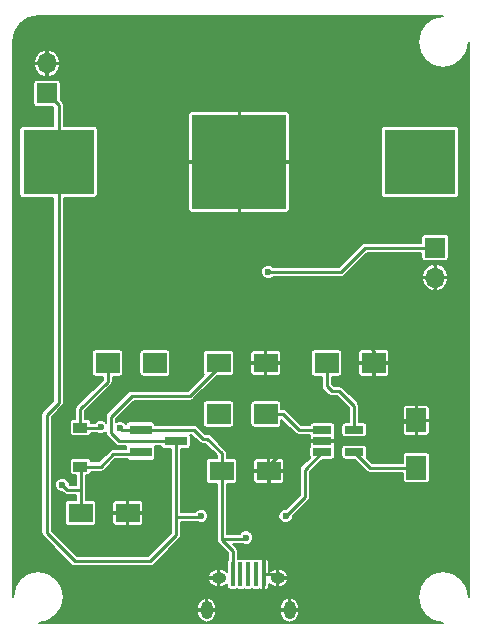
<source format=gbr>
G04 #@! TF.FileFunction,Copper,L1,Top,Signal*
%FSLAX46Y46*%
G04 Gerber Fmt 4.6, Leading zero omitted, Abs format (unit mm)*
G04 Created by KiCad (PCBNEW 4.0.4-stable) date 10/14/18 22:48:43*
%MOMM*%
%LPD*%
G01*
G04 APERTURE LIST*
%ADD10C,0.100000*%
%ADD11R,6.000000X5.500000*%
%ADD12R,8.000000X8.000000*%
%ADD13R,2.000000X1.600000*%
%ADD14R,2.000000X1.700000*%
%ADD15R,1.200000X0.900000*%
%ADD16R,0.400000X2.000000*%
%ADD17O,1.250000X0.950000*%
%ADD18O,1.000000X1.550000*%
%ADD19R,1.900000X0.800000*%
%ADD20R,1.700000X2.000000*%
%ADD21R,1.560000X0.650000*%
%ADD22R,1.700000X1.700000*%
%ADD23O,1.700000X1.700000*%
%ADD24C,0.600000*%
%ADD25C,0.250000*%
%ADD26C,0.200000*%
G04 APERTURE END LIST*
D10*
D11*
X150428000Y-53340000D03*
X119828000Y-53340000D03*
D12*
X135128000Y-53340000D03*
D13*
X133636000Y-79502000D03*
X137636000Y-79502000D03*
X133382000Y-70358000D03*
X137382000Y-70358000D03*
X121698000Y-83058000D03*
X125698000Y-83058000D03*
D14*
X137382000Y-74676000D03*
X133382000Y-74676000D03*
D15*
X121666000Y-79120000D03*
X121666000Y-75820000D03*
D16*
X134599680Y-88242140D03*
X135232140Y-88242140D03*
X135877300Y-88234520D03*
X136535160Y-88247220D03*
X137185400Y-88247220D03*
D17*
X133390000Y-88566000D03*
X138390000Y-88566000D03*
D18*
X132390000Y-91266000D03*
X139390000Y-91266000D03*
D19*
X126770000Y-76012000D03*
X126770000Y-77912000D03*
X129770000Y-76962000D03*
D14*
X123984000Y-70358000D03*
X127984000Y-70358000D03*
X142526000Y-70358000D03*
X146526000Y-70358000D03*
D20*
X150114000Y-79216000D03*
X150114000Y-75216000D03*
D21*
X142160000Y-76012000D03*
X142160000Y-76962000D03*
X142160000Y-77912000D03*
X144860000Y-77912000D03*
X144860000Y-76012000D03*
D22*
X151714200Y-60579000D03*
D23*
X151714200Y-63119000D03*
D22*
X118849140Y-47525940D03*
D23*
X118849140Y-44985940D03*
D24*
X139049760Y-83332320D03*
X131902200Y-83314540D03*
X119828000Y-53340000D03*
X150495000Y-53416200D03*
X125698000Y-83058000D03*
X149961600Y-79461360D03*
X135732520Y-85130640D03*
X125028960Y-75849480D03*
X123390660Y-75803760D03*
X120159780Y-80665320D03*
X137604500Y-62641480D03*
X127984000Y-70358000D03*
X133334760Y-74691240D03*
D25*
X119828000Y-53340000D02*
X119828000Y-48504800D01*
X119828000Y-48504800D02*
X118849140Y-47525940D01*
X129770000Y-76962000D02*
X124968000Y-76962000D01*
X130934460Y-73136760D02*
X133382000Y-70689220D01*
X126011940Y-73136760D02*
X130934460Y-73136760D01*
X124259340Y-74889360D02*
X126011940Y-73136760D01*
X124259340Y-76253340D02*
X124259340Y-74889360D01*
X124968000Y-76962000D02*
X124259340Y-76253340D01*
X133382000Y-70689220D02*
X133382000Y-70358000D01*
X129770000Y-83393280D02*
X131823460Y-83393280D01*
X140695680Y-79376320D02*
X142160000Y-77912000D01*
X140695680Y-81686400D02*
X140695680Y-79376320D01*
X139049760Y-83332320D02*
X140695680Y-81686400D01*
X131823460Y-83393280D02*
X131902200Y-83314540D01*
X119828000Y-53340000D02*
X119828000Y-73720000D01*
X129770000Y-84951440D02*
X129770000Y-83393280D01*
X129770000Y-83393280D02*
X129770000Y-76962000D01*
X127589280Y-87132160D02*
X129770000Y-84951440D01*
X121208800Y-87132160D02*
X127589280Y-87132160D01*
X118811040Y-84734400D02*
X121208800Y-87132160D01*
X118811040Y-74736960D02*
X118811040Y-84734400D01*
X119828000Y-73720000D02*
X118811040Y-74736960D01*
X150428000Y-53349200D02*
X150495000Y-53416200D01*
X150428000Y-53349200D02*
X150428000Y-53340000D01*
X150114000Y-72542400D02*
X150114000Y-71475600D01*
X151714200Y-69875400D02*
X151714200Y-63119000D01*
X150114000Y-71475600D02*
X151714200Y-69875400D01*
X118849140Y-44985940D02*
X122308620Y-44985940D01*
X130662680Y-53340000D02*
X135128000Y-53340000D01*
X122308620Y-44985940D02*
X130662680Y-53340000D01*
X150114000Y-75216000D02*
X150114000Y-72542400D01*
X150114000Y-72542400D02*
X150114000Y-72420480D01*
X148051520Y-70358000D02*
X146526000Y-70358000D01*
X150114000Y-72420480D02*
X148051520Y-70358000D01*
X135128000Y-53340000D02*
X135128000Y-62819280D01*
X140340080Y-68031360D02*
X140893800Y-68031360D01*
X135128000Y-62819280D02*
X140340080Y-68031360D01*
X137382000Y-70358000D02*
X138567160Y-70358000D01*
X146526000Y-69304920D02*
X146526000Y-70358000D01*
X140893800Y-68031360D02*
X145252440Y-68031360D01*
X145252440Y-68031360D02*
X146526000Y-69304920D01*
X138567160Y-70358000D02*
X140893800Y-68031360D01*
X146526000Y-70358000D02*
X146526000Y-73452740D01*
X146526000Y-73452740D02*
X148419820Y-75346560D01*
X142160000Y-76962000D02*
X147010120Y-76962000D01*
X147010120Y-76962000D02*
X148590000Y-75382120D01*
X148590000Y-75382120D02*
X149947880Y-75382120D01*
X149947880Y-75382120D02*
X150114000Y-75216000D01*
X137636000Y-79502000D02*
X137636000Y-78975200D01*
X137636000Y-78975200D02*
X139649200Y-76962000D01*
X139649200Y-76962000D02*
X142160000Y-76962000D01*
X137185400Y-88247220D02*
X137185400Y-82501740D01*
X137636000Y-82051140D02*
X137636000Y-79502000D01*
X137185400Y-82501740D02*
X137636000Y-82051140D01*
X137185400Y-88247220D02*
X138071220Y-88247220D01*
X138071220Y-88247220D02*
X138390000Y-88566000D01*
X133636000Y-85244940D02*
X135618220Y-85244940D01*
X149961600Y-79461360D02*
X150114000Y-79308960D01*
X135618220Y-85244940D02*
X135732520Y-85130640D01*
X150114000Y-79308960D02*
X150114000Y-79216000D01*
X121666000Y-75820000D02*
X121666000Y-74251820D01*
X123984000Y-71933820D02*
X123984000Y-70358000D01*
X121666000Y-74251820D02*
X123984000Y-71933820D01*
X121666000Y-75820000D02*
X123374420Y-75820000D01*
X125191480Y-76012000D02*
X126770000Y-76012000D01*
X125028960Y-75849480D02*
X125191480Y-76012000D01*
X123374420Y-75820000D02*
X123390660Y-75803760D01*
X133636000Y-79502000D02*
X133636000Y-77982060D01*
X131259540Y-76012000D02*
X126770000Y-76012000D01*
X132024120Y-76776580D02*
X131259540Y-76012000D01*
X132430520Y-76776580D02*
X132024120Y-76776580D01*
X133636000Y-77982060D02*
X132430520Y-76776580D01*
X150114000Y-79216000D02*
X146164000Y-79216000D01*
X146164000Y-79216000D02*
X144860000Y-77912000D01*
X133636000Y-79502000D02*
X133636000Y-85244940D01*
X133636000Y-85244940D02*
X133636000Y-85332820D01*
X134599680Y-86296500D02*
X134599680Y-88242140D01*
X133636000Y-85332820D02*
X134599680Y-86296500D01*
X151714200Y-60579000D02*
X145785840Y-60579000D01*
X120578880Y-81084420D02*
X121698000Y-81084420D01*
X120159780Y-80665320D02*
X120578880Y-81084420D01*
X143723360Y-62641480D02*
X137604500Y-62641480D01*
X145785840Y-60579000D02*
X143723360Y-62641480D01*
X121666000Y-79120000D02*
X123434840Y-79120000D01*
X124472700Y-78082140D02*
X126599860Y-78082140D01*
X123434840Y-79120000D02*
X124472700Y-78082140D01*
X126599860Y-78082140D02*
X126770000Y-77912000D01*
X121698000Y-83058000D02*
X121698000Y-81084420D01*
X121698000Y-81084420D02*
X121698000Y-79152000D01*
X121698000Y-79152000D02*
X121666000Y-79120000D01*
X137382000Y-74676000D02*
X138821160Y-74676000D01*
X140157160Y-76012000D02*
X142160000Y-76012000D01*
X138821160Y-74676000D02*
X140157160Y-76012000D01*
X133350000Y-74676000D02*
X133334760Y-74691240D01*
X133350000Y-74676000D02*
X133382000Y-74676000D01*
X144860000Y-76012000D02*
X144860000Y-73994000D01*
X142526000Y-72300080D02*
X142526000Y-70358000D01*
X142966440Y-72740520D02*
X142526000Y-72300080D01*
X143606520Y-72740520D02*
X142966440Y-72740520D01*
X144860000Y-73994000D02*
X143606520Y-72740520D01*
D26*
G36*
X152366324Y-41015648D02*
X151569175Y-41174210D01*
X150864835Y-41644835D01*
X150394210Y-42349175D01*
X150228949Y-43180000D01*
X150394210Y-44010825D01*
X150864835Y-44715165D01*
X151569175Y-45185790D01*
X152400000Y-45351051D01*
X153230825Y-45185790D01*
X153935165Y-44715165D01*
X154405790Y-44010825D01*
X154564352Y-43213676D01*
X154565000Y-43216932D01*
X154565000Y-90133068D01*
X154564352Y-90136324D01*
X154405790Y-89339175D01*
X153935165Y-88634835D01*
X153230825Y-88164210D01*
X152400000Y-87998949D01*
X151569175Y-88164210D01*
X150864835Y-88634835D01*
X150394210Y-89339175D01*
X150228949Y-90170000D01*
X150394210Y-91000825D01*
X150864835Y-91705165D01*
X151569175Y-92175790D01*
X152366324Y-92334352D01*
X152363068Y-92335000D01*
X139440002Y-92335000D01*
X139440002Y-92264275D01*
X139564287Y-92321784D01*
X139649953Y-92299238D01*
X139920330Y-92142041D01*
X140109969Y-91893341D01*
X140190000Y-91591000D01*
X140190000Y-91316000D01*
X139440000Y-91316000D01*
X139440000Y-91336000D01*
X139340000Y-91336000D01*
X139340000Y-91316000D01*
X138590000Y-91316000D01*
X138590000Y-91591000D01*
X138670031Y-91893341D01*
X138859670Y-92142041D01*
X139130047Y-92299238D01*
X139215713Y-92321784D01*
X139339998Y-92264275D01*
X139339998Y-92335000D01*
X132440002Y-92335000D01*
X132440002Y-92264275D01*
X132564287Y-92321784D01*
X132649953Y-92299238D01*
X132920330Y-92142041D01*
X133109969Y-91893341D01*
X133190000Y-91591000D01*
X133190000Y-91316000D01*
X132440000Y-91316000D01*
X132440000Y-91336000D01*
X132340000Y-91336000D01*
X132340000Y-91316000D01*
X131590000Y-91316000D01*
X131590000Y-91591000D01*
X131670031Y-91893341D01*
X131859670Y-92142041D01*
X132130047Y-92299238D01*
X132215713Y-92321784D01*
X132339998Y-92264275D01*
X132339998Y-92335000D01*
X118146932Y-92335000D01*
X118143676Y-92334352D01*
X118940825Y-92175790D01*
X119645165Y-91705165D01*
X120115790Y-91000825D01*
X120127689Y-90941000D01*
X131590000Y-90941000D01*
X131590000Y-91216000D01*
X132340000Y-91216000D01*
X132340000Y-90267726D01*
X132440000Y-90267726D01*
X132440000Y-91216000D01*
X133190000Y-91216000D01*
X133190000Y-90941000D01*
X138590000Y-90941000D01*
X138590000Y-91216000D01*
X139340000Y-91216000D01*
X139340000Y-90267726D01*
X139440000Y-90267726D01*
X139440000Y-91216000D01*
X140190000Y-91216000D01*
X140190000Y-90941000D01*
X140109969Y-90638659D01*
X139920330Y-90389959D01*
X139649953Y-90232762D01*
X139564287Y-90210216D01*
X139440000Y-90267726D01*
X139340000Y-90267726D01*
X139215713Y-90210216D01*
X139130047Y-90232762D01*
X138859670Y-90389959D01*
X138670031Y-90638659D01*
X138590000Y-90941000D01*
X133190000Y-90941000D01*
X133109969Y-90638659D01*
X132920330Y-90389959D01*
X132649953Y-90232762D01*
X132564287Y-90210216D01*
X132440000Y-90267726D01*
X132340000Y-90267726D01*
X132215713Y-90210216D01*
X132130047Y-90232762D01*
X131859670Y-90389959D01*
X131670031Y-90638659D01*
X131590000Y-90941000D01*
X120127689Y-90941000D01*
X120281051Y-90170000D01*
X120115790Y-89339175D01*
X119713008Y-88736368D01*
X132483958Y-88736368D01*
X132504859Y-88816385D01*
X132656637Y-89078652D01*
X132897226Y-89262872D01*
X133190000Y-89341000D01*
X133340000Y-89341000D01*
X133340000Y-88616000D01*
X132541788Y-88616000D01*
X132483958Y-88736368D01*
X119713008Y-88736368D01*
X119645165Y-88634835D01*
X119287173Y-88395632D01*
X132483958Y-88395632D01*
X132541788Y-88516000D01*
X133340000Y-88516000D01*
X133340000Y-87791000D01*
X133190000Y-87791000D01*
X132897226Y-87869128D01*
X132656637Y-88053348D01*
X132504859Y-88315615D01*
X132483958Y-88395632D01*
X119287173Y-88395632D01*
X118940825Y-88164210D01*
X118110000Y-87998949D01*
X117279175Y-88164210D01*
X116574835Y-88634835D01*
X116104210Y-89339175D01*
X115945648Y-90136324D01*
X115945000Y-90133068D01*
X115945000Y-50590000D01*
X116522123Y-50590000D01*
X116522123Y-56090000D01*
X116543042Y-56201173D01*
X116608745Y-56303279D01*
X116708997Y-56371778D01*
X116828000Y-56395877D01*
X119403000Y-56395877D01*
X119403000Y-73543959D01*
X118510520Y-74436440D01*
X118418391Y-74574319D01*
X118418391Y-74574320D01*
X118386040Y-74736960D01*
X118386040Y-84734400D01*
X118403055Y-84819940D01*
X118418391Y-84897041D01*
X118510520Y-85034920D01*
X120908280Y-87432681D01*
X121046159Y-87524809D01*
X121208800Y-87557160D01*
X127589280Y-87557160D01*
X127724937Y-87530176D01*
X127751921Y-87524809D01*
X127889800Y-87432680D01*
X130070521Y-85251960D01*
X130162649Y-85114081D01*
X130195000Y-84951440D01*
X130195000Y-83818280D01*
X131557272Y-83818280D01*
X131561883Y-83822899D01*
X131782329Y-83914436D01*
X132021024Y-83914644D01*
X132241629Y-83823492D01*
X132410559Y-83654857D01*
X132502096Y-83434411D01*
X132502304Y-83195716D01*
X132411152Y-82975111D01*
X132242517Y-82806181D01*
X132022071Y-82714644D01*
X131783376Y-82714436D01*
X131562771Y-82805588D01*
X131399794Y-82968280D01*
X130195000Y-82968280D01*
X130195000Y-77667877D01*
X130720000Y-77667877D01*
X130831173Y-77646958D01*
X130933279Y-77581255D01*
X131001778Y-77481003D01*
X131025877Y-77362000D01*
X131025877Y-76562000D01*
X131004958Y-76450827D01*
X130996061Y-76437000D01*
X131083500Y-76437000D01*
X131723599Y-77077100D01*
X131815728Y-77138658D01*
X131861480Y-77169229D01*
X132024120Y-77201580D01*
X132254480Y-77201580D01*
X133211000Y-78158100D01*
X133211000Y-78396123D01*
X132636000Y-78396123D01*
X132524827Y-78417042D01*
X132422721Y-78482745D01*
X132354222Y-78582997D01*
X132330123Y-78702000D01*
X132330123Y-80302000D01*
X132351042Y-80413173D01*
X132416745Y-80515279D01*
X132516997Y-80583778D01*
X132636000Y-80607877D01*
X133211000Y-80607877D01*
X133211000Y-85332820D01*
X133213242Y-85344089D01*
X133243351Y-85495461D01*
X133335480Y-85633340D01*
X134174680Y-86472541D01*
X134174680Y-87040039D01*
X134117902Y-87123137D01*
X134093803Y-87242140D01*
X134093803Y-88030714D01*
X133882774Y-87869128D01*
X133590000Y-87791000D01*
X133440000Y-87791000D01*
X133440000Y-88516000D01*
X133460000Y-88516000D01*
X133460000Y-88616000D01*
X133440000Y-88616000D01*
X133440000Y-89341000D01*
X133590000Y-89341000D01*
X133882774Y-89262872D01*
X134093803Y-89101286D01*
X134093803Y-89242140D01*
X134114722Y-89353313D01*
X134180425Y-89455419D01*
X134280677Y-89523918D01*
X134399680Y-89548017D01*
X134799680Y-89548017D01*
X134910853Y-89527098D01*
X134915159Y-89524327D01*
X135032140Y-89548017D01*
X135432140Y-89548017D01*
X135543313Y-89527098D01*
X135559666Y-89516575D01*
X135677300Y-89540397D01*
X136077300Y-89540397D01*
X136188473Y-89519478D01*
X136195555Y-89514921D01*
X136216157Y-89528998D01*
X136335160Y-89553097D01*
X136735160Y-89553097D01*
X136846333Y-89532178D01*
X136863204Y-89521322D01*
X136925727Y-89547220D01*
X137060400Y-89547220D01*
X137135400Y-89472220D01*
X137135400Y-88297220D01*
X137115400Y-88297220D01*
X137115400Y-88197220D01*
X137135400Y-88197220D01*
X137135400Y-87022220D01*
X137235400Y-87022220D01*
X137235400Y-88197220D01*
X137255400Y-88197220D01*
X137255400Y-88297220D01*
X137235400Y-88297220D01*
X137235400Y-89472220D01*
X137310400Y-89547220D01*
X137445073Y-89547220D01*
X137555336Y-89501548D01*
X137639728Y-89417157D01*
X137685400Y-89306894D01*
X137685400Y-89100676D01*
X137897226Y-89262872D01*
X138190000Y-89341000D01*
X138340000Y-89341000D01*
X138340000Y-88616000D01*
X138440000Y-88616000D01*
X138440000Y-89341000D01*
X138590000Y-89341000D01*
X138882774Y-89262872D01*
X139123363Y-89078652D01*
X139275141Y-88816385D01*
X139296042Y-88736368D01*
X139238212Y-88616000D01*
X138440000Y-88616000D01*
X138340000Y-88616000D01*
X138320000Y-88616000D01*
X138320000Y-88516000D01*
X138340000Y-88516000D01*
X138340000Y-87791000D01*
X138440000Y-87791000D01*
X138440000Y-88516000D01*
X139238212Y-88516000D01*
X139296042Y-88395632D01*
X139275141Y-88315615D01*
X139123363Y-88053348D01*
X138882774Y-87869128D01*
X138590000Y-87791000D01*
X138440000Y-87791000D01*
X138340000Y-87791000D01*
X138190000Y-87791000D01*
X137897226Y-87869128D01*
X137685400Y-88031324D01*
X137685400Y-87187546D01*
X137639728Y-87077283D01*
X137555336Y-86992892D01*
X137445073Y-86947220D01*
X137310400Y-86947220D01*
X137235400Y-87022220D01*
X137135400Y-87022220D01*
X137060400Y-86947220D01*
X136925727Y-86947220D01*
X136864569Y-86972552D01*
X136854163Y-86965442D01*
X136735160Y-86941343D01*
X136335160Y-86941343D01*
X136223987Y-86962262D01*
X136216905Y-86966819D01*
X136196303Y-86952742D01*
X136077300Y-86928643D01*
X135677300Y-86928643D01*
X135566127Y-86949562D01*
X135549774Y-86960085D01*
X135432140Y-86936263D01*
X135032140Y-86936263D01*
X135024680Y-86937667D01*
X135024680Y-86296500D01*
X134992329Y-86133860D01*
X134961758Y-86088108D01*
X134900200Y-85995979D01*
X134574161Y-85669940D01*
X135466717Y-85669940D01*
X135612649Y-85730536D01*
X135851344Y-85730744D01*
X136071949Y-85639592D01*
X136240879Y-85470957D01*
X136332416Y-85250511D01*
X136332624Y-85011816D01*
X136241472Y-84791211D01*
X136072837Y-84622281D01*
X135852391Y-84530744D01*
X135613696Y-84530536D01*
X135393091Y-84621688D01*
X135224161Y-84790323D01*
X135211863Y-84819940D01*
X134061000Y-84819940D01*
X134061000Y-83451144D01*
X138449656Y-83451144D01*
X138540808Y-83671749D01*
X138709443Y-83840679D01*
X138929889Y-83932216D01*
X139168584Y-83932424D01*
X139389189Y-83841272D01*
X139558119Y-83672637D01*
X139649656Y-83452191D01*
X139649760Y-83333361D01*
X140996200Y-81986921D01*
X141088328Y-81849041D01*
X141088329Y-81849040D01*
X141120680Y-81686400D01*
X141120680Y-79552360D01*
X142130164Y-78542877D01*
X142940000Y-78542877D01*
X143051173Y-78521958D01*
X143153279Y-78456255D01*
X143221778Y-78356003D01*
X143245877Y-78237000D01*
X143245877Y-77587000D01*
X143774123Y-77587000D01*
X143774123Y-78237000D01*
X143795042Y-78348173D01*
X143860745Y-78450279D01*
X143960997Y-78518778D01*
X144080000Y-78542877D01*
X144889837Y-78542877D01*
X145863479Y-79516520D01*
X145906103Y-79545000D01*
X146001360Y-79608649D01*
X146164000Y-79641000D01*
X148958123Y-79641000D01*
X148958123Y-80216000D01*
X148979042Y-80327173D01*
X149044745Y-80429279D01*
X149144997Y-80497778D01*
X149264000Y-80521877D01*
X150964000Y-80521877D01*
X151075173Y-80500958D01*
X151177279Y-80435255D01*
X151245778Y-80335003D01*
X151269877Y-80216000D01*
X151269877Y-78216000D01*
X151248958Y-78104827D01*
X151183255Y-78002721D01*
X151083003Y-77934222D01*
X150964000Y-77910123D01*
X149264000Y-77910123D01*
X149152827Y-77931042D01*
X149050721Y-77996745D01*
X148982222Y-78096997D01*
X148958123Y-78216000D01*
X148958123Y-78791000D01*
X146340041Y-78791000D01*
X145914985Y-78365945D01*
X145921778Y-78356003D01*
X145945877Y-78237000D01*
X145945877Y-77587000D01*
X145924958Y-77475827D01*
X145859255Y-77373721D01*
X145759003Y-77305222D01*
X145640000Y-77281123D01*
X144080000Y-77281123D01*
X143968827Y-77302042D01*
X143866721Y-77367745D01*
X143798222Y-77467997D01*
X143774123Y-77587000D01*
X143245877Y-77587000D01*
X143224958Y-77475827D01*
X143201563Y-77439470D01*
X143240000Y-77346673D01*
X143240000Y-77087000D01*
X143165000Y-77012000D01*
X142210000Y-77012000D01*
X142210000Y-77032000D01*
X142110000Y-77032000D01*
X142110000Y-77012000D01*
X141155000Y-77012000D01*
X141080000Y-77087000D01*
X141080000Y-77346673D01*
X141118164Y-77438810D01*
X141098222Y-77467997D01*
X141074123Y-77587000D01*
X141074123Y-78237000D01*
X141095042Y-78348173D01*
X141105905Y-78365055D01*
X140395160Y-79075800D01*
X140303031Y-79213679D01*
X140297664Y-79240663D01*
X140270680Y-79376320D01*
X140270680Y-81510359D01*
X139048721Y-82732319D01*
X138930936Y-82732216D01*
X138710331Y-82823368D01*
X138541401Y-82992003D01*
X138449864Y-83212449D01*
X138449656Y-83451144D01*
X134061000Y-83451144D01*
X134061000Y-80607877D01*
X134636000Y-80607877D01*
X134747173Y-80586958D01*
X134849279Y-80521255D01*
X134917778Y-80421003D01*
X134941877Y-80302000D01*
X134941877Y-79627000D01*
X136336000Y-79627000D01*
X136336000Y-80361673D01*
X136381672Y-80471936D01*
X136466063Y-80556328D01*
X136576326Y-80602000D01*
X137511000Y-80602000D01*
X137586000Y-80527000D01*
X137586000Y-79552000D01*
X137686000Y-79552000D01*
X137686000Y-80527000D01*
X137761000Y-80602000D01*
X138695674Y-80602000D01*
X138805937Y-80556328D01*
X138890328Y-80471936D01*
X138936000Y-80361673D01*
X138936000Y-79627000D01*
X138861000Y-79552000D01*
X137686000Y-79552000D01*
X137586000Y-79552000D01*
X136411000Y-79552000D01*
X136336000Y-79627000D01*
X134941877Y-79627000D01*
X134941877Y-78702000D01*
X134930649Y-78642327D01*
X136336000Y-78642327D01*
X136336000Y-79377000D01*
X136411000Y-79452000D01*
X137586000Y-79452000D01*
X137586000Y-78477000D01*
X137686000Y-78477000D01*
X137686000Y-79452000D01*
X138861000Y-79452000D01*
X138936000Y-79377000D01*
X138936000Y-78642327D01*
X138890328Y-78532064D01*
X138805937Y-78447672D01*
X138695674Y-78402000D01*
X137761000Y-78402000D01*
X137686000Y-78477000D01*
X137586000Y-78477000D01*
X137511000Y-78402000D01*
X136576326Y-78402000D01*
X136466063Y-78447672D01*
X136381672Y-78532064D01*
X136336000Y-78642327D01*
X134930649Y-78642327D01*
X134920958Y-78590827D01*
X134855255Y-78488721D01*
X134755003Y-78420222D01*
X134636000Y-78396123D01*
X134061000Y-78396123D01*
X134061000Y-77982060D01*
X134028649Y-77819420D01*
X134028649Y-77819419D01*
X133936520Y-77681540D01*
X132731040Y-76476060D01*
X132593161Y-76383931D01*
X132566177Y-76378564D01*
X132430520Y-76351580D01*
X132200161Y-76351580D01*
X131560060Y-75711480D01*
X131422181Y-75619351D01*
X131385224Y-75612000D01*
X131259540Y-75587000D01*
X128021173Y-75587000D01*
X128004958Y-75500827D01*
X127939255Y-75398721D01*
X127839003Y-75330222D01*
X127720000Y-75306123D01*
X125820000Y-75306123D01*
X125708827Y-75327042D01*
X125606721Y-75392745D01*
X125538222Y-75492997D01*
X125535299Y-75507433D01*
X125369277Y-75341121D01*
X125148831Y-75249584D01*
X124910136Y-75249376D01*
X124689531Y-75340528D01*
X124684340Y-75345710D01*
X124684340Y-75065400D01*
X125923740Y-73826000D01*
X132076123Y-73826000D01*
X132076123Y-75526000D01*
X132097042Y-75637173D01*
X132162745Y-75739279D01*
X132262997Y-75807778D01*
X132382000Y-75831877D01*
X134382000Y-75831877D01*
X134493173Y-75810958D01*
X134595279Y-75745255D01*
X134663778Y-75645003D01*
X134687877Y-75526000D01*
X134687877Y-73826000D01*
X136076123Y-73826000D01*
X136076123Y-75526000D01*
X136097042Y-75637173D01*
X136162745Y-75739279D01*
X136262997Y-75807778D01*
X136382000Y-75831877D01*
X138382000Y-75831877D01*
X138493173Y-75810958D01*
X138595279Y-75745255D01*
X138663778Y-75645003D01*
X138687877Y-75526000D01*
X138687877Y-75143757D01*
X139856639Y-76312520D01*
X139924464Y-76357839D01*
X139994520Y-76404649D01*
X140157160Y-76437000D01*
X141092940Y-76437000D01*
X141095042Y-76448173D01*
X141118437Y-76484530D01*
X141080000Y-76577327D01*
X141080000Y-76837000D01*
X141155000Y-76912000D01*
X142110000Y-76912000D01*
X142110000Y-76892000D01*
X142210000Y-76892000D01*
X142210000Y-76912000D01*
X143165000Y-76912000D01*
X143240000Y-76837000D01*
X143240000Y-76577327D01*
X143201836Y-76485190D01*
X143221778Y-76456003D01*
X143245877Y-76337000D01*
X143245877Y-75687000D01*
X143224958Y-75575827D01*
X143159255Y-75473721D01*
X143059003Y-75405222D01*
X142940000Y-75381123D01*
X141380000Y-75381123D01*
X141268827Y-75402042D01*
X141166721Y-75467745D01*
X141098222Y-75567997D01*
X141094374Y-75587000D01*
X140333201Y-75587000D01*
X139121680Y-74375480D01*
X138983801Y-74283351D01*
X138956817Y-74277984D01*
X138821160Y-74251000D01*
X138687877Y-74251000D01*
X138687877Y-73826000D01*
X138666958Y-73714827D01*
X138601255Y-73612721D01*
X138501003Y-73544222D01*
X138382000Y-73520123D01*
X136382000Y-73520123D01*
X136270827Y-73541042D01*
X136168721Y-73606745D01*
X136100222Y-73706997D01*
X136076123Y-73826000D01*
X134687877Y-73826000D01*
X134666958Y-73714827D01*
X134601255Y-73612721D01*
X134501003Y-73544222D01*
X134382000Y-73520123D01*
X132382000Y-73520123D01*
X132270827Y-73541042D01*
X132168721Y-73606745D01*
X132100222Y-73706997D01*
X132076123Y-73826000D01*
X125923740Y-73826000D01*
X126187981Y-73561760D01*
X130934460Y-73561760D01*
X131070117Y-73534776D01*
X131097101Y-73529409D01*
X131234980Y-73437280D01*
X133208384Y-71463877D01*
X134382000Y-71463877D01*
X134493173Y-71442958D01*
X134595279Y-71377255D01*
X134663778Y-71277003D01*
X134687877Y-71158000D01*
X134687877Y-70483000D01*
X136082000Y-70483000D01*
X136082000Y-71217673D01*
X136127672Y-71327936D01*
X136212063Y-71412328D01*
X136322326Y-71458000D01*
X137257000Y-71458000D01*
X137332000Y-71383000D01*
X137332000Y-70408000D01*
X137432000Y-70408000D01*
X137432000Y-71383000D01*
X137507000Y-71458000D01*
X138441674Y-71458000D01*
X138551937Y-71412328D01*
X138636328Y-71327936D01*
X138682000Y-71217673D01*
X138682000Y-70483000D01*
X138607000Y-70408000D01*
X137432000Y-70408000D01*
X137332000Y-70408000D01*
X136157000Y-70408000D01*
X136082000Y-70483000D01*
X134687877Y-70483000D01*
X134687877Y-69558000D01*
X134676649Y-69498327D01*
X136082000Y-69498327D01*
X136082000Y-70233000D01*
X136157000Y-70308000D01*
X137332000Y-70308000D01*
X137332000Y-69333000D01*
X137432000Y-69333000D01*
X137432000Y-70308000D01*
X138607000Y-70308000D01*
X138682000Y-70233000D01*
X138682000Y-69508000D01*
X141220123Y-69508000D01*
X141220123Y-71208000D01*
X141241042Y-71319173D01*
X141306745Y-71421279D01*
X141406997Y-71489778D01*
X141526000Y-71513877D01*
X142101000Y-71513877D01*
X142101000Y-72300080D01*
X142127984Y-72435737D01*
X142133351Y-72462721D01*
X142225480Y-72600600D01*
X142665919Y-73041040D01*
X142758048Y-73102598D01*
X142803800Y-73133169D01*
X142966440Y-73165520D01*
X143430480Y-73165520D01*
X144435000Y-74170041D01*
X144435000Y-75381123D01*
X144080000Y-75381123D01*
X143968827Y-75402042D01*
X143866721Y-75467745D01*
X143798222Y-75567997D01*
X143774123Y-75687000D01*
X143774123Y-76337000D01*
X143795042Y-76448173D01*
X143860745Y-76550279D01*
X143960997Y-76618778D01*
X144080000Y-76642877D01*
X145640000Y-76642877D01*
X145751173Y-76621958D01*
X145853279Y-76556255D01*
X145921778Y-76456003D01*
X145945877Y-76337000D01*
X145945877Y-75687000D01*
X145924958Y-75575827D01*
X145859255Y-75473721D01*
X145759003Y-75405222D01*
X145640000Y-75381123D01*
X145285000Y-75381123D01*
X145285000Y-75341000D01*
X148964000Y-75341000D01*
X148964000Y-76275674D01*
X149009672Y-76385937D01*
X149094064Y-76470328D01*
X149204327Y-76516000D01*
X149989000Y-76516000D01*
X150064000Y-76441000D01*
X150064000Y-75266000D01*
X150164000Y-75266000D01*
X150164000Y-76441000D01*
X150239000Y-76516000D01*
X151023673Y-76516000D01*
X151133936Y-76470328D01*
X151218328Y-76385937D01*
X151264000Y-76275674D01*
X151264000Y-75341000D01*
X151189000Y-75266000D01*
X150164000Y-75266000D01*
X150064000Y-75266000D01*
X149039000Y-75266000D01*
X148964000Y-75341000D01*
X145285000Y-75341000D01*
X145285000Y-74156326D01*
X148964000Y-74156326D01*
X148964000Y-75091000D01*
X149039000Y-75166000D01*
X150064000Y-75166000D01*
X150064000Y-73991000D01*
X150164000Y-73991000D01*
X150164000Y-75166000D01*
X151189000Y-75166000D01*
X151264000Y-75091000D01*
X151264000Y-74156326D01*
X151218328Y-74046063D01*
X151133936Y-73961672D01*
X151023673Y-73916000D01*
X150239000Y-73916000D01*
X150164000Y-73991000D01*
X150064000Y-73991000D01*
X149989000Y-73916000D01*
X149204327Y-73916000D01*
X149094064Y-73961672D01*
X149009672Y-74046063D01*
X148964000Y-74156326D01*
X145285000Y-74156326D01*
X145285000Y-73994000D01*
X145252649Y-73831360D01*
X145222078Y-73785608D01*
X145160520Y-73693479D01*
X143907040Y-72440000D01*
X143769161Y-72347871D01*
X143742177Y-72342504D01*
X143606520Y-72315520D01*
X143142481Y-72315520D01*
X142951000Y-72124040D01*
X142951000Y-71513877D01*
X143526000Y-71513877D01*
X143637173Y-71492958D01*
X143739279Y-71427255D01*
X143807778Y-71327003D01*
X143831877Y-71208000D01*
X143831877Y-70483000D01*
X145226000Y-70483000D01*
X145226000Y-71267673D01*
X145271672Y-71377936D01*
X145356063Y-71462328D01*
X145466326Y-71508000D01*
X146401000Y-71508000D01*
X146476000Y-71433000D01*
X146476000Y-70408000D01*
X146576000Y-70408000D01*
X146576000Y-71433000D01*
X146651000Y-71508000D01*
X147585674Y-71508000D01*
X147695937Y-71462328D01*
X147780328Y-71377936D01*
X147826000Y-71267673D01*
X147826000Y-70483000D01*
X147751000Y-70408000D01*
X146576000Y-70408000D01*
X146476000Y-70408000D01*
X145301000Y-70408000D01*
X145226000Y-70483000D01*
X143831877Y-70483000D01*
X143831877Y-69508000D01*
X143820649Y-69448327D01*
X145226000Y-69448327D01*
X145226000Y-70233000D01*
X145301000Y-70308000D01*
X146476000Y-70308000D01*
X146476000Y-69283000D01*
X146576000Y-69283000D01*
X146576000Y-70308000D01*
X147751000Y-70308000D01*
X147826000Y-70233000D01*
X147826000Y-69448327D01*
X147780328Y-69338064D01*
X147695937Y-69253672D01*
X147585674Y-69208000D01*
X146651000Y-69208000D01*
X146576000Y-69283000D01*
X146476000Y-69283000D01*
X146401000Y-69208000D01*
X145466326Y-69208000D01*
X145356063Y-69253672D01*
X145271672Y-69338064D01*
X145226000Y-69448327D01*
X143820649Y-69448327D01*
X143810958Y-69396827D01*
X143745255Y-69294721D01*
X143645003Y-69226222D01*
X143526000Y-69202123D01*
X141526000Y-69202123D01*
X141414827Y-69223042D01*
X141312721Y-69288745D01*
X141244222Y-69388997D01*
X141220123Y-69508000D01*
X138682000Y-69508000D01*
X138682000Y-69498327D01*
X138636328Y-69388064D01*
X138551937Y-69303672D01*
X138441674Y-69258000D01*
X137507000Y-69258000D01*
X137432000Y-69333000D01*
X137332000Y-69333000D01*
X137257000Y-69258000D01*
X136322326Y-69258000D01*
X136212063Y-69303672D01*
X136127672Y-69388064D01*
X136082000Y-69498327D01*
X134676649Y-69498327D01*
X134666958Y-69446827D01*
X134601255Y-69344721D01*
X134501003Y-69276222D01*
X134382000Y-69252123D01*
X132382000Y-69252123D01*
X132270827Y-69273042D01*
X132168721Y-69338745D01*
X132100222Y-69438997D01*
X132076123Y-69558000D01*
X132076123Y-71158000D01*
X132097042Y-71269173D01*
X132137748Y-71332432D01*
X130758420Y-72711760D01*
X126011940Y-72711760D01*
X125849299Y-72744111D01*
X125711420Y-72836239D01*
X123958820Y-74588840D01*
X123866691Y-74726719D01*
X123866691Y-74726720D01*
X123834340Y-74889360D01*
X123834340Y-75398945D01*
X123730977Y-75295401D01*
X123510531Y-75203864D01*
X123271836Y-75203656D01*
X123051231Y-75294808D01*
X122950864Y-75395000D01*
X122571877Y-75395000D01*
X122571877Y-75370000D01*
X122550958Y-75258827D01*
X122485255Y-75156721D01*
X122385003Y-75088222D01*
X122266000Y-75064123D01*
X122091000Y-75064123D01*
X122091000Y-74427860D01*
X124284520Y-72234340D01*
X124376649Y-72096461D01*
X124382016Y-72069477D01*
X124409000Y-71933820D01*
X124409000Y-71513877D01*
X124984000Y-71513877D01*
X125095173Y-71492958D01*
X125197279Y-71427255D01*
X125265778Y-71327003D01*
X125289877Y-71208000D01*
X125289877Y-69508000D01*
X126678123Y-69508000D01*
X126678123Y-71208000D01*
X126699042Y-71319173D01*
X126764745Y-71421279D01*
X126864997Y-71489778D01*
X126984000Y-71513877D01*
X128984000Y-71513877D01*
X129095173Y-71492958D01*
X129197279Y-71427255D01*
X129265778Y-71327003D01*
X129289877Y-71208000D01*
X129289877Y-69508000D01*
X129268958Y-69396827D01*
X129203255Y-69294721D01*
X129103003Y-69226222D01*
X128984000Y-69202123D01*
X126984000Y-69202123D01*
X126872827Y-69223042D01*
X126770721Y-69288745D01*
X126702222Y-69388997D01*
X126678123Y-69508000D01*
X125289877Y-69508000D01*
X125268958Y-69396827D01*
X125203255Y-69294721D01*
X125103003Y-69226222D01*
X124984000Y-69202123D01*
X122984000Y-69202123D01*
X122872827Y-69223042D01*
X122770721Y-69288745D01*
X122702222Y-69388997D01*
X122678123Y-69508000D01*
X122678123Y-71208000D01*
X122699042Y-71319173D01*
X122764745Y-71421279D01*
X122864997Y-71489778D01*
X122984000Y-71513877D01*
X123559000Y-71513877D01*
X123559000Y-71757780D01*
X121365480Y-73951300D01*
X121273351Y-74089179D01*
X121268683Y-74112649D01*
X121241000Y-74251820D01*
X121241000Y-75064123D01*
X121066000Y-75064123D01*
X120954827Y-75085042D01*
X120852721Y-75150745D01*
X120784222Y-75250997D01*
X120760123Y-75370000D01*
X120760123Y-76270000D01*
X120781042Y-76381173D01*
X120846745Y-76483279D01*
X120946997Y-76551778D01*
X121066000Y-76575877D01*
X122266000Y-76575877D01*
X122377173Y-76554958D01*
X122479279Y-76489255D01*
X122547778Y-76389003D01*
X122571877Y-76270000D01*
X122571877Y-76245000D01*
X122983341Y-76245000D01*
X123050343Y-76312119D01*
X123270789Y-76403656D01*
X123509484Y-76403864D01*
X123730089Y-76312712D01*
X123834340Y-76208643D01*
X123834340Y-76253340D01*
X123860066Y-76382672D01*
X123866691Y-76415981D01*
X123958820Y-76553860D01*
X124667480Y-77262521D01*
X124805359Y-77354649D01*
X124968000Y-77387000D01*
X125542320Y-77387000D01*
X125538222Y-77392997D01*
X125514123Y-77512000D01*
X125514123Y-77657140D01*
X124472700Y-77657140D01*
X124310059Y-77689491D01*
X124172180Y-77781619D01*
X123258800Y-78695000D01*
X122571877Y-78695000D01*
X122571877Y-78670000D01*
X122550958Y-78558827D01*
X122485255Y-78456721D01*
X122385003Y-78388222D01*
X122266000Y-78364123D01*
X121066000Y-78364123D01*
X120954827Y-78385042D01*
X120852721Y-78450745D01*
X120784222Y-78550997D01*
X120760123Y-78670000D01*
X120760123Y-79570000D01*
X120781042Y-79681173D01*
X120846745Y-79783279D01*
X120946997Y-79851778D01*
X121066000Y-79875877D01*
X121273000Y-79875877D01*
X121273000Y-80659420D01*
X120759786Y-80659420D01*
X120759884Y-80546496D01*
X120668732Y-80325891D01*
X120500097Y-80156961D01*
X120279651Y-80065424D01*
X120040956Y-80065216D01*
X119820351Y-80156368D01*
X119651421Y-80325003D01*
X119559884Y-80545449D01*
X119559676Y-80784144D01*
X119650828Y-81004749D01*
X119819463Y-81173679D01*
X120039909Y-81265216D01*
X120158740Y-81265320D01*
X120278360Y-81384940D01*
X120416239Y-81477069D01*
X120578880Y-81509420D01*
X121273000Y-81509420D01*
X121273000Y-81952123D01*
X120698000Y-81952123D01*
X120586827Y-81973042D01*
X120484721Y-82038745D01*
X120416222Y-82138997D01*
X120392123Y-82258000D01*
X120392123Y-83858000D01*
X120413042Y-83969173D01*
X120478745Y-84071279D01*
X120578997Y-84139778D01*
X120698000Y-84163877D01*
X122698000Y-84163877D01*
X122809173Y-84142958D01*
X122911279Y-84077255D01*
X122979778Y-83977003D01*
X123003877Y-83858000D01*
X123003877Y-83183000D01*
X124398000Y-83183000D01*
X124398000Y-83917673D01*
X124443672Y-84027936D01*
X124528063Y-84112328D01*
X124638326Y-84158000D01*
X125573000Y-84158000D01*
X125648000Y-84083000D01*
X125648000Y-83108000D01*
X125748000Y-83108000D01*
X125748000Y-84083000D01*
X125823000Y-84158000D01*
X126757674Y-84158000D01*
X126867937Y-84112328D01*
X126952328Y-84027936D01*
X126998000Y-83917673D01*
X126998000Y-83183000D01*
X126923000Y-83108000D01*
X125748000Y-83108000D01*
X125648000Y-83108000D01*
X124473000Y-83108000D01*
X124398000Y-83183000D01*
X123003877Y-83183000D01*
X123003877Y-82258000D01*
X122992649Y-82198327D01*
X124398000Y-82198327D01*
X124398000Y-82933000D01*
X124473000Y-83008000D01*
X125648000Y-83008000D01*
X125648000Y-82033000D01*
X125748000Y-82033000D01*
X125748000Y-83008000D01*
X126923000Y-83008000D01*
X126998000Y-82933000D01*
X126998000Y-82198327D01*
X126952328Y-82088064D01*
X126867937Y-82003672D01*
X126757674Y-81958000D01*
X125823000Y-81958000D01*
X125748000Y-82033000D01*
X125648000Y-82033000D01*
X125573000Y-81958000D01*
X124638326Y-81958000D01*
X124528063Y-82003672D01*
X124443672Y-82088064D01*
X124398000Y-82198327D01*
X122992649Y-82198327D01*
X122982958Y-82146827D01*
X122917255Y-82044721D01*
X122817003Y-81976222D01*
X122698000Y-81952123D01*
X122123000Y-81952123D01*
X122123000Y-79875877D01*
X122266000Y-79875877D01*
X122377173Y-79854958D01*
X122479279Y-79789255D01*
X122547778Y-79689003D01*
X122571877Y-79570000D01*
X122571877Y-79545000D01*
X123434840Y-79545000D01*
X123578019Y-79516520D01*
X123597481Y-79512649D01*
X123735360Y-79420520D01*
X124648741Y-78507140D01*
X125589073Y-78507140D01*
X125600745Y-78525279D01*
X125700997Y-78593778D01*
X125820000Y-78617877D01*
X127720000Y-78617877D01*
X127831173Y-78596958D01*
X127933279Y-78531255D01*
X128001778Y-78431003D01*
X128025877Y-78312000D01*
X128025877Y-77512000D01*
X128004958Y-77400827D01*
X127996061Y-77387000D01*
X128518827Y-77387000D01*
X128535042Y-77473173D01*
X128600745Y-77575279D01*
X128700997Y-77643778D01*
X128820000Y-77667877D01*
X129345000Y-77667877D01*
X129345000Y-84775399D01*
X127413240Y-86707160D01*
X121384841Y-86707160D01*
X119236040Y-84558360D01*
X119236040Y-74913000D01*
X120128521Y-74020520D01*
X120220649Y-73882641D01*
X120253000Y-73720000D01*
X120253000Y-63348114D01*
X150587254Y-63348114D01*
X150755317Y-63753866D01*
X151071260Y-64072488D01*
X151485085Y-64245950D01*
X151664200Y-64192917D01*
X151664200Y-63169000D01*
X151764200Y-63169000D01*
X151764200Y-64192917D01*
X151943315Y-64245950D01*
X152357140Y-64072488D01*
X152673083Y-63753866D01*
X152841146Y-63348114D01*
X152788037Y-63169000D01*
X151764200Y-63169000D01*
X151664200Y-63169000D01*
X150640363Y-63169000D01*
X150587254Y-63348114D01*
X120253000Y-63348114D01*
X120253000Y-62760304D01*
X137004396Y-62760304D01*
X137095548Y-62980909D01*
X137264183Y-63149839D01*
X137484629Y-63241376D01*
X137723324Y-63241584D01*
X137943929Y-63150432D01*
X138028028Y-63066480D01*
X143723360Y-63066480D01*
X143859017Y-63039496D01*
X143886001Y-63034129D01*
X144023880Y-62942000D01*
X144075994Y-62889886D01*
X150587254Y-62889886D01*
X150640363Y-63069000D01*
X151664200Y-63069000D01*
X151664200Y-62045083D01*
X151764200Y-62045083D01*
X151764200Y-63069000D01*
X152788037Y-63069000D01*
X152841146Y-62889886D01*
X152673083Y-62484134D01*
X152357140Y-62165512D01*
X151943315Y-61992050D01*
X151764200Y-62045083D01*
X151664200Y-62045083D01*
X151485085Y-61992050D01*
X151071260Y-62165512D01*
X150755317Y-62484134D01*
X150587254Y-62889886D01*
X144075994Y-62889886D01*
X145961881Y-61004000D01*
X150558323Y-61004000D01*
X150558323Y-61429000D01*
X150579242Y-61540173D01*
X150644945Y-61642279D01*
X150745197Y-61710778D01*
X150864200Y-61734877D01*
X152564200Y-61734877D01*
X152675373Y-61713958D01*
X152777479Y-61648255D01*
X152845978Y-61548003D01*
X152870077Y-61429000D01*
X152870077Y-59729000D01*
X152849158Y-59617827D01*
X152783455Y-59515721D01*
X152683203Y-59447222D01*
X152564200Y-59423123D01*
X150864200Y-59423123D01*
X150753027Y-59444042D01*
X150650921Y-59509745D01*
X150582422Y-59609997D01*
X150558323Y-59729000D01*
X150558323Y-60154000D01*
X145785840Y-60154000D01*
X145623200Y-60186351D01*
X145623198Y-60186352D01*
X145623199Y-60186352D01*
X145485319Y-60278480D01*
X143547320Y-62216480D01*
X138028030Y-62216480D01*
X137944817Y-62133121D01*
X137724371Y-62041584D01*
X137485676Y-62041376D01*
X137265071Y-62132528D01*
X137096141Y-62301163D01*
X137004604Y-62521609D01*
X137004396Y-62760304D01*
X120253000Y-62760304D01*
X120253000Y-56395877D01*
X122828000Y-56395877D01*
X122939173Y-56374958D01*
X123041279Y-56309255D01*
X123109778Y-56209003D01*
X123133877Y-56090000D01*
X123133877Y-53465000D01*
X130828000Y-53465000D01*
X130828000Y-57399673D01*
X130873672Y-57509936D01*
X130958063Y-57594328D01*
X131068326Y-57640000D01*
X135003000Y-57640000D01*
X135078000Y-57565000D01*
X135078000Y-53390000D01*
X135178000Y-53390000D01*
X135178000Y-57565000D01*
X135253000Y-57640000D01*
X139187674Y-57640000D01*
X139297937Y-57594328D01*
X139382328Y-57509936D01*
X139428000Y-57399673D01*
X139428000Y-53465000D01*
X139353000Y-53390000D01*
X135178000Y-53390000D01*
X135078000Y-53390000D01*
X130903000Y-53390000D01*
X130828000Y-53465000D01*
X123133877Y-53465000D01*
X123133877Y-50590000D01*
X123112958Y-50478827D01*
X123047255Y-50376721D01*
X122947003Y-50308222D01*
X122828000Y-50284123D01*
X120253000Y-50284123D01*
X120253000Y-49280327D01*
X130828000Y-49280327D01*
X130828000Y-53215000D01*
X130903000Y-53290000D01*
X135078000Y-53290000D01*
X135078000Y-49115000D01*
X135178000Y-49115000D01*
X135178000Y-53290000D01*
X139353000Y-53290000D01*
X139428000Y-53215000D01*
X139428000Y-50590000D01*
X147122123Y-50590000D01*
X147122123Y-56090000D01*
X147143042Y-56201173D01*
X147208745Y-56303279D01*
X147308997Y-56371778D01*
X147428000Y-56395877D01*
X153428000Y-56395877D01*
X153539173Y-56374958D01*
X153641279Y-56309255D01*
X153709778Y-56209003D01*
X153733877Y-56090000D01*
X153733877Y-50590000D01*
X153712958Y-50478827D01*
X153647255Y-50376721D01*
X153547003Y-50308222D01*
X153428000Y-50284123D01*
X147428000Y-50284123D01*
X147316827Y-50305042D01*
X147214721Y-50370745D01*
X147146222Y-50470997D01*
X147122123Y-50590000D01*
X139428000Y-50590000D01*
X139428000Y-49280327D01*
X139382328Y-49170064D01*
X139297937Y-49085672D01*
X139187674Y-49040000D01*
X135253000Y-49040000D01*
X135178000Y-49115000D01*
X135078000Y-49115000D01*
X135003000Y-49040000D01*
X131068326Y-49040000D01*
X130958063Y-49085672D01*
X130873672Y-49170064D01*
X130828000Y-49280327D01*
X120253000Y-49280327D01*
X120253000Y-48504800D01*
X120220649Y-48342160D01*
X120220649Y-48342159D01*
X120128520Y-48204280D01*
X120005017Y-48080777D01*
X120005017Y-46675940D01*
X119984098Y-46564767D01*
X119918395Y-46462661D01*
X119818143Y-46394162D01*
X119699140Y-46370063D01*
X117999140Y-46370063D01*
X117887967Y-46390982D01*
X117785861Y-46456685D01*
X117717362Y-46556937D01*
X117693263Y-46675940D01*
X117693263Y-48375940D01*
X117714182Y-48487113D01*
X117779885Y-48589219D01*
X117880137Y-48657718D01*
X117999140Y-48681817D01*
X119403000Y-48681817D01*
X119403000Y-50284123D01*
X116828000Y-50284123D01*
X116716827Y-50305042D01*
X116614721Y-50370745D01*
X116546222Y-50470997D01*
X116522123Y-50590000D01*
X115945000Y-50590000D01*
X115945000Y-45215054D01*
X117722194Y-45215054D01*
X117890257Y-45620806D01*
X118206200Y-45939428D01*
X118620025Y-46112890D01*
X118799140Y-46059857D01*
X118799140Y-45035940D01*
X118899140Y-45035940D01*
X118899140Y-46059857D01*
X119078255Y-46112890D01*
X119492080Y-45939428D01*
X119808023Y-45620806D01*
X119976086Y-45215054D01*
X119922977Y-45035940D01*
X118899140Y-45035940D01*
X118799140Y-45035940D01*
X117775303Y-45035940D01*
X117722194Y-45215054D01*
X115945000Y-45215054D01*
X115945000Y-44756826D01*
X117722194Y-44756826D01*
X117775303Y-44935940D01*
X118799140Y-44935940D01*
X118799140Y-43912023D01*
X118899140Y-43912023D01*
X118899140Y-44935940D01*
X119922977Y-44935940D01*
X119976086Y-44756826D01*
X119808023Y-44351074D01*
X119492080Y-44032452D01*
X119078255Y-43858990D01*
X118899140Y-43912023D01*
X118799140Y-43912023D01*
X118620025Y-43858990D01*
X118206200Y-44032452D01*
X117890257Y-44351074D01*
X117722194Y-44756826D01*
X115945000Y-44756826D01*
X115945000Y-43216932D01*
X116116588Y-42354303D01*
X116584309Y-41654309D01*
X117284303Y-41186588D01*
X118146932Y-41015000D01*
X152363068Y-41015000D01*
X152366324Y-41015648D01*
X152366324Y-41015648D01*
G37*
X152366324Y-41015648D02*
X151569175Y-41174210D01*
X150864835Y-41644835D01*
X150394210Y-42349175D01*
X150228949Y-43180000D01*
X150394210Y-44010825D01*
X150864835Y-44715165D01*
X151569175Y-45185790D01*
X152400000Y-45351051D01*
X153230825Y-45185790D01*
X153935165Y-44715165D01*
X154405790Y-44010825D01*
X154564352Y-43213676D01*
X154565000Y-43216932D01*
X154565000Y-90133068D01*
X154564352Y-90136324D01*
X154405790Y-89339175D01*
X153935165Y-88634835D01*
X153230825Y-88164210D01*
X152400000Y-87998949D01*
X151569175Y-88164210D01*
X150864835Y-88634835D01*
X150394210Y-89339175D01*
X150228949Y-90170000D01*
X150394210Y-91000825D01*
X150864835Y-91705165D01*
X151569175Y-92175790D01*
X152366324Y-92334352D01*
X152363068Y-92335000D01*
X139440002Y-92335000D01*
X139440002Y-92264275D01*
X139564287Y-92321784D01*
X139649953Y-92299238D01*
X139920330Y-92142041D01*
X140109969Y-91893341D01*
X140190000Y-91591000D01*
X140190000Y-91316000D01*
X139440000Y-91316000D01*
X139440000Y-91336000D01*
X139340000Y-91336000D01*
X139340000Y-91316000D01*
X138590000Y-91316000D01*
X138590000Y-91591000D01*
X138670031Y-91893341D01*
X138859670Y-92142041D01*
X139130047Y-92299238D01*
X139215713Y-92321784D01*
X139339998Y-92264275D01*
X139339998Y-92335000D01*
X132440002Y-92335000D01*
X132440002Y-92264275D01*
X132564287Y-92321784D01*
X132649953Y-92299238D01*
X132920330Y-92142041D01*
X133109969Y-91893341D01*
X133190000Y-91591000D01*
X133190000Y-91316000D01*
X132440000Y-91316000D01*
X132440000Y-91336000D01*
X132340000Y-91336000D01*
X132340000Y-91316000D01*
X131590000Y-91316000D01*
X131590000Y-91591000D01*
X131670031Y-91893341D01*
X131859670Y-92142041D01*
X132130047Y-92299238D01*
X132215713Y-92321784D01*
X132339998Y-92264275D01*
X132339998Y-92335000D01*
X118146932Y-92335000D01*
X118143676Y-92334352D01*
X118940825Y-92175790D01*
X119645165Y-91705165D01*
X120115790Y-91000825D01*
X120127689Y-90941000D01*
X131590000Y-90941000D01*
X131590000Y-91216000D01*
X132340000Y-91216000D01*
X132340000Y-90267726D01*
X132440000Y-90267726D01*
X132440000Y-91216000D01*
X133190000Y-91216000D01*
X133190000Y-90941000D01*
X138590000Y-90941000D01*
X138590000Y-91216000D01*
X139340000Y-91216000D01*
X139340000Y-90267726D01*
X139440000Y-90267726D01*
X139440000Y-91216000D01*
X140190000Y-91216000D01*
X140190000Y-90941000D01*
X140109969Y-90638659D01*
X139920330Y-90389959D01*
X139649953Y-90232762D01*
X139564287Y-90210216D01*
X139440000Y-90267726D01*
X139340000Y-90267726D01*
X139215713Y-90210216D01*
X139130047Y-90232762D01*
X138859670Y-90389959D01*
X138670031Y-90638659D01*
X138590000Y-90941000D01*
X133190000Y-90941000D01*
X133109969Y-90638659D01*
X132920330Y-90389959D01*
X132649953Y-90232762D01*
X132564287Y-90210216D01*
X132440000Y-90267726D01*
X132340000Y-90267726D01*
X132215713Y-90210216D01*
X132130047Y-90232762D01*
X131859670Y-90389959D01*
X131670031Y-90638659D01*
X131590000Y-90941000D01*
X120127689Y-90941000D01*
X120281051Y-90170000D01*
X120115790Y-89339175D01*
X119713008Y-88736368D01*
X132483958Y-88736368D01*
X132504859Y-88816385D01*
X132656637Y-89078652D01*
X132897226Y-89262872D01*
X133190000Y-89341000D01*
X133340000Y-89341000D01*
X133340000Y-88616000D01*
X132541788Y-88616000D01*
X132483958Y-88736368D01*
X119713008Y-88736368D01*
X119645165Y-88634835D01*
X119287173Y-88395632D01*
X132483958Y-88395632D01*
X132541788Y-88516000D01*
X133340000Y-88516000D01*
X133340000Y-87791000D01*
X133190000Y-87791000D01*
X132897226Y-87869128D01*
X132656637Y-88053348D01*
X132504859Y-88315615D01*
X132483958Y-88395632D01*
X119287173Y-88395632D01*
X118940825Y-88164210D01*
X118110000Y-87998949D01*
X117279175Y-88164210D01*
X116574835Y-88634835D01*
X116104210Y-89339175D01*
X115945648Y-90136324D01*
X115945000Y-90133068D01*
X115945000Y-50590000D01*
X116522123Y-50590000D01*
X116522123Y-56090000D01*
X116543042Y-56201173D01*
X116608745Y-56303279D01*
X116708997Y-56371778D01*
X116828000Y-56395877D01*
X119403000Y-56395877D01*
X119403000Y-73543959D01*
X118510520Y-74436440D01*
X118418391Y-74574319D01*
X118418391Y-74574320D01*
X118386040Y-74736960D01*
X118386040Y-84734400D01*
X118403055Y-84819940D01*
X118418391Y-84897041D01*
X118510520Y-85034920D01*
X120908280Y-87432681D01*
X121046159Y-87524809D01*
X121208800Y-87557160D01*
X127589280Y-87557160D01*
X127724937Y-87530176D01*
X127751921Y-87524809D01*
X127889800Y-87432680D01*
X130070521Y-85251960D01*
X130162649Y-85114081D01*
X130195000Y-84951440D01*
X130195000Y-83818280D01*
X131557272Y-83818280D01*
X131561883Y-83822899D01*
X131782329Y-83914436D01*
X132021024Y-83914644D01*
X132241629Y-83823492D01*
X132410559Y-83654857D01*
X132502096Y-83434411D01*
X132502304Y-83195716D01*
X132411152Y-82975111D01*
X132242517Y-82806181D01*
X132022071Y-82714644D01*
X131783376Y-82714436D01*
X131562771Y-82805588D01*
X131399794Y-82968280D01*
X130195000Y-82968280D01*
X130195000Y-77667877D01*
X130720000Y-77667877D01*
X130831173Y-77646958D01*
X130933279Y-77581255D01*
X131001778Y-77481003D01*
X131025877Y-77362000D01*
X131025877Y-76562000D01*
X131004958Y-76450827D01*
X130996061Y-76437000D01*
X131083500Y-76437000D01*
X131723599Y-77077100D01*
X131815728Y-77138658D01*
X131861480Y-77169229D01*
X132024120Y-77201580D01*
X132254480Y-77201580D01*
X133211000Y-78158100D01*
X133211000Y-78396123D01*
X132636000Y-78396123D01*
X132524827Y-78417042D01*
X132422721Y-78482745D01*
X132354222Y-78582997D01*
X132330123Y-78702000D01*
X132330123Y-80302000D01*
X132351042Y-80413173D01*
X132416745Y-80515279D01*
X132516997Y-80583778D01*
X132636000Y-80607877D01*
X133211000Y-80607877D01*
X133211000Y-85332820D01*
X133213242Y-85344089D01*
X133243351Y-85495461D01*
X133335480Y-85633340D01*
X134174680Y-86472541D01*
X134174680Y-87040039D01*
X134117902Y-87123137D01*
X134093803Y-87242140D01*
X134093803Y-88030714D01*
X133882774Y-87869128D01*
X133590000Y-87791000D01*
X133440000Y-87791000D01*
X133440000Y-88516000D01*
X133460000Y-88516000D01*
X133460000Y-88616000D01*
X133440000Y-88616000D01*
X133440000Y-89341000D01*
X133590000Y-89341000D01*
X133882774Y-89262872D01*
X134093803Y-89101286D01*
X134093803Y-89242140D01*
X134114722Y-89353313D01*
X134180425Y-89455419D01*
X134280677Y-89523918D01*
X134399680Y-89548017D01*
X134799680Y-89548017D01*
X134910853Y-89527098D01*
X134915159Y-89524327D01*
X135032140Y-89548017D01*
X135432140Y-89548017D01*
X135543313Y-89527098D01*
X135559666Y-89516575D01*
X135677300Y-89540397D01*
X136077300Y-89540397D01*
X136188473Y-89519478D01*
X136195555Y-89514921D01*
X136216157Y-89528998D01*
X136335160Y-89553097D01*
X136735160Y-89553097D01*
X136846333Y-89532178D01*
X136863204Y-89521322D01*
X136925727Y-89547220D01*
X137060400Y-89547220D01*
X137135400Y-89472220D01*
X137135400Y-88297220D01*
X137115400Y-88297220D01*
X137115400Y-88197220D01*
X137135400Y-88197220D01*
X137135400Y-87022220D01*
X137235400Y-87022220D01*
X137235400Y-88197220D01*
X137255400Y-88197220D01*
X137255400Y-88297220D01*
X137235400Y-88297220D01*
X137235400Y-89472220D01*
X137310400Y-89547220D01*
X137445073Y-89547220D01*
X137555336Y-89501548D01*
X137639728Y-89417157D01*
X137685400Y-89306894D01*
X137685400Y-89100676D01*
X137897226Y-89262872D01*
X138190000Y-89341000D01*
X138340000Y-89341000D01*
X138340000Y-88616000D01*
X138440000Y-88616000D01*
X138440000Y-89341000D01*
X138590000Y-89341000D01*
X138882774Y-89262872D01*
X139123363Y-89078652D01*
X139275141Y-88816385D01*
X139296042Y-88736368D01*
X139238212Y-88616000D01*
X138440000Y-88616000D01*
X138340000Y-88616000D01*
X138320000Y-88616000D01*
X138320000Y-88516000D01*
X138340000Y-88516000D01*
X138340000Y-87791000D01*
X138440000Y-87791000D01*
X138440000Y-88516000D01*
X139238212Y-88516000D01*
X139296042Y-88395632D01*
X139275141Y-88315615D01*
X139123363Y-88053348D01*
X138882774Y-87869128D01*
X138590000Y-87791000D01*
X138440000Y-87791000D01*
X138340000Y-87791000D01*
X138190000Y-87791000D01*
X137897226Y-87869128D01*
X137685400Y-88031324D01*
X137685400Y-87187546D01*
X137639728Y-87077283D01*
X137555336Y-86992892D01*
X137445073Y-86947220D01*
X137310400Y-86947220D01*
X137235400Y-87022220D01*
X137135400Y-87022220D01*
X137060400Y-86947220D01*
X136925727Y-86947220D01*
X136864569Y-86972552D01*
X136854163Y-86965442D01*
X136735160Y-86941343D01*
X136335160Y-86941343D01*
X136223987Y-86962262D01*
X136216905Y-86966819D01*
X136196303Y-86952742D01*
X136077300Y-86928643D01*
X135677300Y-86928643D01*
X135566127Y-86949562D01*
X135549774Y-86960085D01*
X135432140Y-86936263D01*
X135032140Y-86936263D01*
X135024680Y-86937667D01*
X135024680Y-86296500D01*
X134992329Y-86133860D01*
X134961758Y-86088108D01*
X134900200Y-85995979D01*
X134574161Y-85669940D01*
X135466717Y-85669940D01*
X135612649Y-85730536D01*
X135851344Y-85730744D01*
X136071949Y-85639592D01*
X136240879Y-85470957D01*
X136332416Y-85250511D01*
X136332624Y-85011816D01*
X136241472Y-84791211D01*
X136072837Y-84622281D01*
X135852391Y-84530744D01*
X135613696Y-84530536D01*
X135393091Y-84621688D01*
X135224161Y-84790323D01*
X135211863Y-84819940D01*
X134061000Y-84819940D01*
X134061000Y-83451144D01*
X138449656Y-83451144D01*
X138540808Y-83671749D01*
X138709443Y-83840679D01*
X138929889Y-83932216D01*
X139168584Y-83932424D01*
X139389189Y-83841272D01*
X139558119Y-83672637D01*
X139649656Y-83452191D01*
X139649760Y-83333361D01*
X140996200Y-81986921D01*
X141088328Y-81849041D01*
X141088329Y-81849040D01*
X141120680Y-81686400D01*
X141120680Y-79552360D01*
X142130164Y-78542877D01*
X142940000Y-78542877D01*
X143051173Y-78521958D01*
X143153279Y-78456255D01*
X143221778Y-78356003D01*
X143245877Y-78237000D01*
X143245877Y-77587000D01*
X143774123Y-77587000D01*
X143774123Y-78237000D01*
X143795042Y-78348173D01*
X143860745Y-78450279D01*
X143960997Y-78518778D01*
X144080000Y-78542877D01*
X144889837Y-78542877D01*
X145863479Y-79516520D01*
X145906103Y-79545000D01*
X146001360Y-79608649D01*
X146164000Y-79641000D01*
X148958123Y-79641000D01*
X148958123Y-80216000D01*
X148979042Y-80327173D01*
X149044745Y-80429279D01*
X149144997Y-80497778D01*
X149264000Y-80521877D01*
X150964000Y-80521877D01*
X151075173Y-80500958D01*
X151177279Y-80435255D01*
X151245778Y-80335003D01*
X151269877Y-80216000D01*
X151269877Y-78216000D01*
X151248958Y-78104827D01*
X151183255Y-78002721D01*
X151083003Y-77934222D01*
X150964000Y-77910123D01*
X149264000Y-77910123D01*
X149152827Y-77931042D01*
X149050721Y-77996745D01*
X148982222Y-78096997D01*
X148958123Y-78216000D01*
X148958123Y-78791000D01*
X146340041Y-78791000D01*
X145914985Y-78365945D01*
X145921778Y-78356003D01*
X145945877Y-78237000D01*
X145945877Y-77587000D01*
X145924958Y-77475827D01*
X145859255Y-77373721D01*
X145759003Y-77305222D01*
X145640000Y-77281123D01*
X144080000Y-77281123D01*
X143968827Y-77302042D01*
X143866721Y-77367745D01*
X143798222Y-77467997D01*
X143774123Y-77587000D01*
X143245877Y-77587000D01*
X143224958Y-77475827D01*
X143201563Y-77439470D01*
X143240000Y-77346673D01*
X143240000Y-77087000D01*
X143165000Y-77012000D01*
X142210000Y-77012000D01*
X142210000Y-77032000D01*
X142110000Y-77032000D01*
X142110000Y-77012000D01*
X141155000Y-77012000D01*
X141080000Y-77087000D01*
X141080000Y-77346673D01*
X141118164Y-77438810D01*
X141098222Y-77467997D01*
X141074123Y-77587000D01*
X141074123Y-78237000D01*
X141095042Y-78348173D01*
X141105905Y-78365055D01*
X140395160Y-79075800D01*
X140303031Y-79213679D01*
X140297664Y-79240663D01*
X140270680Y-79376320D01*
X140270680Y-81510359D01*
X139048721Y-82732319D01*
X138930936Y-82732216D01*
X138710331Y-82823368D01*
X138541401Y-82992003D01*
X138449864Y-83212449D01*
X138449656Y-83451144D01*
X134061000Y-83451144D01*
X134061000Y-80607877D01*
X134636000Y-80607877D01*
X134747173Y-80586958D01*
X134849279Y-80521255D01*
X134917778Y-80421003D01*
X134941877Y-80302000D01*
X134941877Y-79627000D01*
X136336000Y-79627000D01*
X136336000Y-80361673D01*
X136381672Y-80471936D01*
X136466063Y-80556328D01*
X136576326Y-80602000D01*
X137511000Y-80602000D01*
X137586000Y-80527000D01*
X137586000Y-79552000D01*
X137686000Y-79552000D01*
X137686000Y-80527000D01*
X137761000Y-80602000D01*
X138695674Y-80602000D01*
X138805937Y-80556328D01*
X138890328Y-80471936D01*
X138936000Y-80361673D01*
X138936000Y-79627000D01*
X138861000Y-79552000D01*
X137686000Y-79552000D01*
X137586000Y-79552000D01*
X136411000Y-79552000D01*
X136336000Y-79627000D01*
X134941877Y-79627000D01*
X134941877Y-78702000D01*
X134930649Y-78642327D01*
X136336000Y-78642327D01*
X136336000Y-79377000D01*
X136411000Y-79452000D01*
X137586000Y-79452000D01*
X137586000Y-78477000D01*
X137686000Y-78477000D01*
X137686000Y-79452000D01*
X138861000Y-79452000D01*
X138936000Y-79377000D01*
X138936000Y-78642327D01*
X138890328Y-78532064D01*
X138805937Y-78447672D01*
X138695674Y-78402000D01*
X137761000Y-78402000D01*
X137686000Y-78477000D01*
X137586000Y-78477000D01*
X137511000Y-78402000D01*
X136576326Y-78402000D01*
X136466063Y-78447672D01*
X136381672Y-78532064D01*
X136336000Y-78642327D01*
X134930649Y-78642327D01*
X134920958Y-78590827D01*
X134855255Y-78488721D01*
X134755003Y-78420222D01*
X134636000Y-78396123D01*
X134061000Y-78396123D01*
X134061000Y-77982060D01*
X134028649Y-77819420D01*
X134028649Y-77819419D01*
X133936520Y-77681540D01*
X132731040Y-76476060D01*
X132593161Y-76383931D01*
X132566177Y-76378564D01*
X132430520Y-76351580D01*
X132200161Y-76351580D01*
X131560060Y-75711480D01*
X131422181Y-75619351D01*
X131385224Y-75612000D01*
X131259540Y-75587000D01*
X128021173Y-75587000D01*
X128004958Y-75500827D01*
X127939255Y-75398721D01*
X127839003Y-75330222D01*
X127720000Y-75306123D01*
X125820000Y-75306123D01*
X125708827Y-75327042D01*
X125606721Y-75392745D01*
X125538222Y-75492997D01*
X125535299Y-75507433D01*
X125369277Y-75341121D01*
X125148831Y-75249584D01*
X124910136Y-75249376D01*
X124689531Y-75340528D01*
X124684340Y-75345710D01*
X124684340Y-75065400D01*
X125923740Y-73826000D01*
X132076123Y-73826000D01*
X132076123Y-75526000D01*
X132097042Y-75637173D01*
X132162745Y-75739279D01*
X132262997Y-75807778D01*
X132382000Y-75831877D01*
X134382000Y-75831877D01*
X134493173Y-75810958D01*
X134595279Y-75745255D01*
X134663778Y-75645003D01*
X134687877Y-75526000D01*
X134687877Y-73826000D01*
X136076123Y-73826000D01*
X136076123Y-75526000D01*
X136097042Y-75637173D01*
X136162745Y-75739279D01*
X136262997Y-75807778D01*
X136382000Y-75831877D01*
X138382000Y-75831877D01*
X138493173Y-75810958D01*
X138595279Y-75745255D01*
X138663778Y-75645003D01*
X138687877Y-75526000D01*
X138687877Y-75143757D01*
X139856639Y-76312520D01*
X139924464Y-76357839D01*
X139994520Y-76404649D01*
X140157160Y-76437000D01*
X141092940Y-76437000D01*
X141095042Y-76448173D01*
X141118437Y-76484530D01*
X141080000Y-76577327D01*
X141080000Y-76837000D01*
X141155000Y-76912000D01*
X142110000Y-76912000D01*
X142110000Y-76892000D01*
X142210000Y-76892000D01*
X142210000Y-76912000D01*
X143165000Y-76912000D01*
X143240000Y-76837000D01*
X143240000Y-76577327D01*
X143201836Y-76485190D01*
X143221778Y-76456003D01*
X143245877Y-76337000D01*
X143245877Y-75687000D01*
X143224958Y-75575827D01*
X143159255Y-75473721D01*
X143059003Y-75405222D01*
X142940000Y-75381123D01*
X141380000Y-75381123D01*
X141268827Y-75402042D01*
X141166721Y-75467745D01*
X141098222Y-75567997D01*
X141094374Y-75587000D01*
X140333201Y-75587000D01*
X139121680Y-74375480D01*
X138983801Y-74283351D01*
X138956817Y-74277984D01*
X138821160Y-74251000D01*
X138687877Y-74251000D01*
X138687877Y-73826000D01*
X138666958Y-73714827D01*
X138601255Y-73612721D01*
X138501003Y-73544222D01*
X138382000Y-73520123D01*
X136382000Y-73520123D01*
X136270827Y-73541042D01*
X136168721Y-73606745D01*
X136100222Y-73706997D01*
X136076123Y-73826000D01*
X134687877Y-73826000D01*
X134666958Y-73714827D01*
X134601255Y-73612721D01*
X134501003Y-73544222D01*
X134382000Y-73520123D01*
X132382000Y-73520123D01*
X132270827Y-73541042D01*
X132168721Y-73606745D01*
X132100222Y-73706997D01*
X132076123Y-73826000D01*
X125923740Y-73826000D01*
X126187981Y-73561760D01*
X130934460Y-73561760D01*
X131070117Y-73534776D01*
X131097101Y-73529409D01*
X131234980Y-73437280D01*
X133208384Y-71463877D01*
X134382000Y-71463877D01*
X134493173Y-71442958D01*
X134595279Y-71377255D01*
X134663778Y-71277003D01*
X134687877Y-71158000D01*
X134687877Y-70483000D01*
X136082000Y-70483000D01*
X136082000Y-71217673D01*
X136127672Y-71327936D01*
X136212063Y-71412328D01*
X136322326Y-71458000D01*
X137257000Y-71458000D01*
X137332000Y-71383000D01*
X137332000Y-70408000D01*
X137432000Y-70408000D01*
X137432000Y-71383000D01*
X137507000Y-71458000D01*
X138441674Y-71458000D01*
X138551937Y-71412328D01*
X138636328Y-71327936D01*
X138682000Y-71217673D01*
X138682000Y-70483000D01*
X138607000Y-70408000D01*
X137432000Y-70408000D01*
X137332000Y-70408000D01*
X136157000Y-70408000D01*
X136082000Y-70483000D01*
X134687877Y-70483000D01*
X134687877Y-69558000D01*
X134676649Y-69498327D01*
X136082000Y-69498327D01*
X136082000Y-70233000D01*
X136157000Y-70308000D01*
X137332000Y-70308000D01*
X137332000Y-69333000D01*
X137432000Y-69333000D01*
X137432000Y-70308000D01*
X138607000Y-70308000D01*
X138682000Y-70233000D01*
X138682000Y-69508000D01*
X141220123Y-69508000D01*
X141220123Y-71208000D01*
X141241042Y-71319173D01*
X141306745Y-71421279D01*
X141406997Y-71489778D01*
X141526000Y-71513877D01*
X142101000Y-71513877D01*
X142101000Y-72300080D01*
X142127984Y-72435737D01*
X142133351Y-72462721D01*
X142225480Y-72600600D01*
X142665919Y-73041040D01*
X142758048Y-73102598D01*
X142803800Y-73133169D01*
X142966440Y-73165520D01*
X143430480Y-73165520D01*
X144435000Y-74170041D01*
X144435000Y-75381123D01*
X144080000Y-75381123D01*
X143968827Y-75402042D01*
X143866721Y-75467745D01*
X143798222Y-75567997D01*
X143774123Y-75687000D01*
X143774123Y-76337000D01*
X143795042Y-76448173D01*
X143860745Y-76550279D01*
X143960997Y-76618778D01*
X144080000Y-76642877D01*
X145640000Y-76642877D01*
X145751173Y-76621958D01*
X145853279Y-76556255D01*
X145921778Y-76456003D01*
X145945877Y-76337000D01*
X145945877Y-75687000D01*
X145924958Y-75575827D01*
X145859255Y-75473721D01*
X145759003Y-75405222D01*
X145640000Y-75381123D01*
X145285000Y-75381123D01*
X145285000Y-75341000D01*
X148964000Y-75341000D01*
X148964000Y-76275674D01*
X149009672Y-76385937D01*
X149094064Y-76470328D01*
X149204327Y-76516000D01*
X149989000Y-76516000D01*
X150064000Y-76441000D01*
X150064000Y-75266000D01*
X150164000Y-75266000D01*
X150164000Y-76441000D01*
X150239000Y-76516000D01*
X151023673Y-76516000D01*
X151133936Y-76470328D01*
X151218328Y-76385937D01*
X151264000Y-76275674D01*
X151264000Y-75341000D01*
X151189000Y-75266000D01*
X150164000Y-75266000D01*
X150064000Y-75266000D01*
X149039000Y-75266000D01*
X148964000Y-75341000D01*
X145285000Y-75341000D01*
X145285000Y-74156326D01*
X148964000Y-74156326D01*
X148964000Y-75091000D01*
X149039000Y-75166000D01*
X150064000Y-75166000D01*
X150064000Y-73991000D01*
X150164000Y-73991000D01*
X150164000Y-75166000D01*
X151189000Y-75166000D01*
X151264000Y-75091000D01*
X151264000Y-74156326D01*
X151218328Y-74046063D01*
X151133936Y-73961672D01*
X151023673Y-73916000D01*
X150239000Y-73916000D01*
X150164000Y-73991000D01*
X150064000Y-73991000D01*
X149989000Y-73916000D01*
X149204327Y-73916000D01*
X149094064Y-73961672D01*
X149009672Y-74046063D01*
X148964000Y-74156326D01*
X145285000Y-74156326D01*
X145285000Y-73994000D01*
X145252649Y-73831360D01*
X145222078Y-73785608D01*
X145160520Y-73693479D01*
X143907040Y-72440000D01*
X143769161Y-72347871D01*
X143742177Y-72342504D01*
X143606520Y-72315520D01*
X143142481Y-72315520D01*
X142951000Y-72124040D01*
X142951000Y-71513877D01*
X143526000Y-71513877D01*
X143637173Y-71492958D01*
X143739279Y-71427255D01*
X143807778Y-71327003D01*
X143831877Y-71208000D01*
X143831877Y-70483000D01*
X145226000Y-70483000D01*
X145226000Y-71267673D01*
X145271672Y-71377936D01*
X145356063Y-71462328D01*
X145466326Y-71508000D01*
X146401000Y-71508000D01*
X146476000Y-71433000D01*
X146476000Y-70408000D01*
X146576000Y-70408000D01*
X146576000Y-71433000D01*
X146651000Y-71508000D01*
X147585674Y-71508000D01*
X147695937Y-71462328D01*
X147780328Y-71377936D01*
X147826000Y-71267673D01*
X147826000Y-70483000D01*
X147751000Y-70408000D01*
X146576000Y-70408000D01*
X146476000Y-70408000D01*
X145301000Y-70408000D01*
X145226000Y-70483000D01*
X143831877Y-70483000D01*
X143831877Y-69508000D01*
X143820649Y-69448327D01*
X145226000Y-69448327D01*
X145226000Y-70233000D01*
X145301000Y-70308000D01*
X146476000Y-70308000D01*
X146476000Y-69283000D01*
X146576000Y-69283000D01*
X146576000Y-70308000D01*
X147751000Y-70308000D01*
X147826000Y-70233000D01*
X147826000Y-69448327D01*
X147780328Y-69338064D01*
X147695937Y-69253672D01*
X147585674Y-69208000D01*
X146651000Y-69208000D01*
X146576000Y-69283000D01*
X146476000Y-69283000D01*
X146401000Y-69208000D01*
X145466326Y-69208000D01*
X145356063Y-69253672D01*
X145271672Y-69338064D01*
X145226000Y-69448327D01*
X143820649Y-69448327D01*
X143810958Y-69396827D01*
X143745255Y-69294721D01*
X143645003Y-69226222D01*
X143526000Y-69202123D01*
X141526000Y-69202123D01*
X141414827Y-69223042D01*
X141312721Y-69288745D01*
X141244222Y-69388997D01*
X141220123Y-69508000D01*
X138682000Y-69508000D01*
X138682000Y-69498327D01*
X138636328Y-69388064D01*
X138551937Y-69303672D01*
X138441674Y-69258000D01*
X137507000Y-69258000D01*
X137432000Y-69333000D01*
X137332000Y-69333000D01*
X137257000Y-69258000D01*
X136322326Y-69258000D01*
X136212063Y-69303672D01*
X136127672Y-69388064D01*
X136082000Y-69498327D01*
X134676649Y-69498327D01*
X134666958Y-69446827D01*
X134601255Y-69344721D01*
X134501003Y-69276222D01*
X134382000Y-69252123D01*
X132382000Y-69252123D01*
X132270827Y-69273042D01*
X132168721Y-69338745D01*
X132100222Y-69438997D01*
X132076123Y-69558000D01*
X132076123Y-71158000D01*
X132097042Y-71269173D01*
X132137748Y-71332432D01*
X130758420Y-72711760D01*
X126011940Y-72711760D01*
X125849299Y-72744111D01*
X125711420Y-72836239D01*
X123958820Y-74588840D01*
X123866691Y-74726719D01*
X123866691Y-74726720D01*
X123834340Y-74889360D01*
X123834340Y-75398945D01*
X123730977Y-75295401D01*
X123510531Y-75203864D01*
X123271836Y-75203656D01*
X123051231Y-75294808D01*
X122950864Y-75395000D01*
X122571877Y-75395000D01*
X122571877Y-75370000D01*
X122550958Y-75258827D01*
X122485255Y-75156721D01*
X122385003Y-75088222D01*
X122266000Y-75064123D01*
X122091000Y-75064123D01*
X122091000Y-74427860D01*
X124284520Y-72234340D01*
X124376649Y-72096461D01*
X124382016Y-72069477D01*
X124409000Y-71933820D01*
X124409000Y-71513877D01*
X124984000Y-71513877D01*
X125095173Y-71492958D01*
X125197279Y-71427255D01*
X125265778Y-71327003D01*
X125289877Y-71208000D01*
X125289877Y-69508000D01*
X126678123Y-69508000D01*
X126678123Y-71208000D01*
X126699042Y-71319173D01*
X126764745Y-71421279D01*
X126864997Y-71489778D01*
X126984000Y-71513877D01*
X128984000Y-71513877D01*
X129095173Y-71492958D01*
X129197279Y-71427255D01*
X129265778Y-71327003D01*
X129289877Y-71208000D01*
X129289877Y-69508000D01*
X129268958Y-69396827D01*
X129203255Y-69294721D01*
X129103003Y-69226222D01*
X128984000Y-69202123D01*
X126984000Y-69202123D01*
X126872827Y-69223042D01*
X126770721Y-69288745D01*
X126702222Y-69388997D01*
X126678123Y-69508000D01*
X125289877Y-69508000D01*
X125268958Y-69396827D01*
X125203255Y-69294721D01*
X125103003Y-69226222D01*
X124984000Y-69202123D01*
X122984000Y-69202123D01*
X122872827Y-69223042D01*
X122770721Y-69288745D01*
X122702222Y-69388997D01*
X122678123Y-69508000D01*
X122678123Y-71208000D01*
X122699042Y-71319173D01*
X122764745Y-71421279D01*
X122864997Y-71489778D01*
X122984000Y-71513877D01*
X123559000Y-71513877D01*
X123559000Y-71757780D01*
X121365480Y-73951300D01*
X121273351Y-74089179D01*
X121268683Y-74112649D01*
X121241000Y-74251820D01*
X121241000Y-75064123D01*
X121066000Y-75064123D01*
X120954827Y-75085042D01*
X120852721Y-75150745D01*
X120784222Y-75250997D01*
X120760123Y-75370000D01*
X120760123Y-76270000D01*
X120781042Y-76381173D01*
X120846745Y-76483279D01*
X120946997Y-76551778D01*
X121066000Y-76575877D01*
X122266000Y-76575877D01*
X122377173Y-76554958D01*
X122479279Y-76489255D01*
X122547778Y-76389003D01*
X122571877Y-76270000D01*
X122571877Y-76245000D01*
X122983341Y-76245000D01*
X123050343Y-76312119D01*
X123270789Y-76403656D01*
X123509484Y-76403864D01*
X123730089Y-76312712D01*
X123834340Y-76208643D01*
X123834340Y-76253340D01*
X123860066Y-76382672D01*
X123866691Y-76415981D01*
X123958820Y-76553860D01*
X124667480Y-77262521D01*
X124805359Y-77354649D01*
X124968000Y-77387000D01*
X125542320Y-77387000D01*
X125538222Y-77392997D01*
X125514123Y-77512000D01*
X125514123Y-77657140D01*
X124472700Y-77657140D01*
X124310059Y-77689491D01*
X124172180Y-77781619D01*
X123258800Y-78695000D01*
X122571877Y-78695000D01*
X122571877Y-78670000D01*
X122550958Y-78558827D01*
X122485255Y-78456721D01*
X122385003Y-78388222D01*
X122266000Y-78364123D01*
X121066000Y-78364123D01*
X120954827Y-78385042D01*
X120852721Y-78450745D01*
X120784222Y-78550997D01*
X120760123Y-78670000D01*
X120760123Y-79570000D01*
X120781042Y-79681173D01*
X120846745Y-79783279D01*
X120946997Y-79851778D01*
X121066000Y-79875877D01*
X121273000Y-79875877D01*
X121273000Y-80659420D01*
X120759786Y-80659420D01*
X120759884Y-80546496D01*
X120668732Y-80325891D01*
X120500097Y-80156961D01*
X120279651Y-80065424D01*
X120040956Y-80065216D01*
X119820351Y-80156368D01*
X119651421Y-80325003D01*
X119559884Y-80545449D01*
X119559676Y-80784144D01*
X119650828Y-81004749D01*
X119819463Y-81173679D01*
X120039909Y-81265216D01*
X120158740Y-81265320D01*
X120278360Y-81384940D01*
X120416239Y-81477069D01*
X120578880Y-81509420D01*
X121273000Y-81509420D01*
X121273000Y-81952123D01*
X120698000Y-81952123D01*
X120586827Y-81973042D01*
X120484721Y-82038745D01*
X120416222Y-82138997D01*
X120392123Y-82258000D01*
X120392123Y-83858000D01*
X120413042Y-83969173D01*
X120478745Y-84071279D01*
X120578997Y-84139778D01*
X120698000Y-84163877D01*
X122698000Y-84163877D01*
X122809173Y-84142958D01*
X122911279Y-84077255D01*
X122979778Y-83977003D01*
X123003877Y-83858000D01*
X123003877Y-83183000D01*
X124398000Y-83183000D01*
X124398000Y-83917673D01*
X124443672Y-84027936D01*
X124528063Y-84112328D01*
X124638326Y-84158000D01*
X125573000Y-84158000D01*
X125648000Y-84083000D01*
X125648000Y-83108000D01*
X125748000Y-83108000D01*
X125748000Y-84083000D01*
X125823000Y-84158000D01*
X126757674Y-84158000D01*
X126867937Y-84112328D01*
X126952328Y-84027936D01*
X126998000Y-83917673D01*
X126998000Y-83183000D01*
X126923000Y-83108000D01*
X125748000Y-83108000D01*
X125648000Y-83108000D01*
X124473000Y-83108000D01*
X124398000Y-83183000D01*
X123003877Y-83183000D01*
X123003877Y-82258000D01*
X122992649Y-82198327D01*
X124398000Y-82198327D01*
X124398000Y-82933000D01*
X124473000Y-83008000D01*
X125648000Y-83008000D01*
X125648000Y-82033000D01*
X125748000Y-82033000D01*
X125748000Y-83008000D01*
X126923000Y-83008000D01*
X126998000Y-82933000D01*
X126998000Y-82198327D01*
X126952328Y-82088064D01*
X126867937Y-82003672D01*
X126757674Y-81958000D01*
X125823000Y-81958000D01*
X125748000Y-82033000D01*
X125648000Y-82033000D01*
X125573000Y-81958000D01*
X124638326Y-81958000D01*
X124528063Y-82003672D01*
X124443672Y-82088064D01*
X124398000Y-82198327D01*
X122992649Y-82198327D01*
X122982958Y-82146827D01*
X122917255Y-82044721D01*
X122817003Y-81976222D01*
X122698000Y-81952123D01*
X122123000Y-81952123D01*
X122123000Y-79875877D01*
X122266000Y-79875877D01*
X122377173Y-79854958D01*
X122479279Y-79789255D01*
X122547778Y-79689003D01*
X122571877Y-79570000D01*
X122571877Y-79545000D01*
X123434840Y-79545000D01*
X123578019Y-79516520D01*
X123597481Y-79512649D01*
X123735360Y-79420520D01*
X124648741Y-78507140D01*
X125589073Y-78507140D01*
X125600745Y-78525279D01*
X125700997Y-78593778D01*
X125820000Y-78617877D01*
X127720000Y-78617877D01*
X127831173Y-78596958D01*
X127933279Y-78531255D01*
X128001778Y-78431003D01*
X128025877Y-78312000D01*
X128025877Y-77512000D01*
X128004958Y-77400827D01*
X127996061Y-77387000D01*
X128518827Y-77387000D01*
X128535042Y-77473173D01*
X128600745Y-77575279D01*
X128700997Y-77643778D01*
X128820000Y-77667877D01*
X129345000Y-77667877D01*
X129345000Y-84775399D01*
X127413240Y-86707160D01*
X121384841Y-86707160D01*
X119236040Y-84558360D01*
X119236040Y-74913000D01*
X120128521Y-74020520D01*
X120220649Y-73882641D01*
X120253000Y-73720000D01*
X120253000Y-63348114D01*
X150587254Y-63348114D01*
X150755317Y-63753866D01*
X151071260Y-64072488D01*
X151485085Y-64245950D01*
X151664200Y-64192917D01*
X151664200Y-63169000D01*
X151764200Y-63169000D01*
X151764200Y-64192917D01*
X151943315Y-64245950D01*
X152357140Y-64072488D01*
X152673083Y-63753866D01*
X152841146Y-63348114D01*
X152788037Y-63169000D01*
X151764200Y-63169000D01*
X151664200Y-63169000D01*
X150640363Y-63169000D01*
X150587254Y-63348114D01*
X120253000Y-63348114D01*
X120253000Y-62760304D01*
X137004396Y-62760304D01*
X137095548Y-62980909D01*
X137264183Y-63149839D01*
X137484629Y-63241376D01*
X137723324Y-63241584D01*
X137943929Y-63150432D01*
X138028028Y-63066480D01*
X143723360Y-63066480D01*
X143859017Y-63039496D01*
X143886001Y-63034129D01*
X144023880Y-62942000D01*
X144075994Y-62889886D01*
X150587254Y-62889886D01*
X150640363Y-63069000D01*
X151664200Y-63069000D01*
X151664200Y-62045083D01*
X151764200Y-62045083D01*
X151764200Y-63069000D01*
X152788037Y-63069000D01*
X152841146Y-62889886D01*
X152673083Y-62484134D01*
X152357140Y-62165512D01*
X151943315Y-61992050D01*
X151764200Y-62045083D01*
X151664200Y-62045083D01*
X151485085Y-61992050D01*
X151071260Y-62165512D01*
X150755317Y-62484134D01*
X150587254Y-62889886D01*
X144075994Y-62889886D01*
X145961881Y-61004000D01*
X150558323Y-61004000D01*
X150558323Y-61429000D01*
X150579242Y-61540173D01*
X150644945Y-61642279D01*
X150745197Y-61710778D01*
X150864200Y-61734877D01*
X152564200Y-61734877D01*
X152675373Y-61713958D01*
X152777479Y-61648255D01*
X152845978Y-61548003D01*
X152870077Y-61429000D01*
X152870077Y-59729000D01*
X152849158Y-59617827D01*
X152783455Y-59515721D01*
X152683203Y-59447222D01*
X152564200Y-59423123D01*
X150864200Y-59423123D01*
X150753027Y-59444042D01*
X150650921Y-59509745D01*
X150582422Y-59609997D01*
X150558323Y-59729000D01*
X150558323Y-60154000D01*
X145785840Y-60154000D01*
X145623200Y-60186351D01*
X145623198Y-60186352D01*
X145623199Y-60186352D01*
X145485319Y-60278480D01*
X143547320Y-62216480D01*
X138028030Y-62216480D01*
X137944817Y-62133121D01*
X137724371Y-62041584D01*
X137485676Y-62041376D01*
X137265071Y-62132528D01*
X137096141Y-62301163D01*
X137004604Y-62521609D01*
X137004396Y-62760304D01*
X120253000Y-62760304D01*
X120253000Y-56395877D01*
X122828000Y-56395877D01*
X122939173Y-56374958D01*
X123041279Y-56309255D01*
X123109778Y-56209003D01*
X123133877Y-56090000D01*
X123133877Y-53465000D01*
X130828000Y-53465000D01*
X130828000Y-57399673D01*
X130873672Y-57509936D01*
X130958063Y-57594328D01*
X131068326Y-57640000D01*
X135003000Y-57640000D01*
X135078000Y-57565000D01*
X135078000Y-53390000D01*
X135178000Y-53390000D01*
X135178000Y-57565000D01*
X135253000Y-57640000D01*
X139187674Y-57640000D01*
X139297937Y-57594328D01*
X139382328Y-57509936D01*
X139428000Y-57399673D01*
X139428000Y-53465000D01*
X139353000Y-53390000D01*
X135178000Y-53390000D01*
X135078000Y-53390000D01*
X130903000Y-53390000D01*
X130828000Y-53465000D01*
X123133877Y-53465000D01*
X123133877Y-50590000D01*
X123112958Y-50478827D01*
X123047255Y-50376721D01*
X122947003Y-50308222D01*
X122828000Y-50284123D01*
X120253000Y-50284123D01*
X120253000Y-49280327D01*
X130828000Y-49280327D01*
X130828000Y-53215000D01*
X130903000Y-53290000D01*
X135078000Y-53290000D01*
X135078000Y-49115000D01*
X135178000Y-49115000D01*
X135178000Y-53290000D01*
X139353000Y-53290000D01*
X139428000Y-53215000D01*
X139428000Y-50590000D01*
X147122123Y-50590000D01*
X147122123Y-56090000D01*
X147143042Y-56201173D01*
X147208745Y-56303279D01*
X147308997Y-56371778D01*
X147428000Y-56395877D01*
X153428000Y-56395877D01*
X153539173Y-56374958D01*
X153641279Y-56309255D01*
X153709778Y-56209003D01*
X153733877Y-56090000D01*
X153733877Y-50590000D01*
X153712958Y-50478827D01*
X153647255Y-50376721D01*
X153547003Y-50308222D01*
X153428000Y-50284123D01*
X147428000Y-50284123D01*
X147316827Y-50305042D01*
X147214721Y-50370745D01*
X147146222Y-50470997D01*
X147122123Y-50590000D01*
X139428000Y-50590000D01*
X139428000Y-49280327D01*
X139382328Y-49170064D01*
X139297937Y-49085672D01*
X139187674Y-49040000D01*
X135253000Y-49040000D01*
X135178000Y-49115000D01*
X135078000Y-49115000D01*
X135003000Y-49040000D01*
X131068326Y-49040000D01*
X130958063Y-49085672D01*
X130873672Y-49170064D01*
X130828000Y-49280327D01*
X120253000Y-49280327D01*
X120253000Y-48504800D01*
X120220649Y-48342160D01*
X120220649Y-48342159D01*
X120128520Y-48204280D01*
X120005017Y-48080777D01*
X120005017Y-46675940D01*
X119984098Y-46564767D01*
X119918395Y-46462661D01*
X119818143Y-46394162D01*
X119699140Y-46370063D01*
X117999140Y-46370063D01*
X117887967Y-46390982D01*
X117785861Y-46456685D01*
X117717362Y-46556937D01*
X117693263Y-46675940D01*
X117693263Y-48375940D01*
X117714182Y-48487113D01*
X117779885Y-48589219D01*
X117880137Y-48657718D01*
X117999140Y-48681817D01*
X119403000Y-48681817D01*
X119403000Y-50284123D01*
X116828000Y-50284123D01*
X116716827Y-50305042D01*
X116614721Y-50370745D01*
X116546222Y-50470997D01*
X116522123Y-50590000D01*
X115945000Y-50590000D01*
X115945000Y-45215054D01*
X117722194Y-45215054D01*
X117890257Y-45620806D01*
X118206200Y-45939428D01*
X118620025Y-46112890D01*
X118799140Y-46059857D01*
X118799140Y-45035940D01*
X118899140Y-45035940D01*
X118899140Y-46059857D01*
X119078255Y-46112890D01*
X119492080Y-45939428D01*
X119808023Y-45620806D01*
X119976086Y-45215054D01*
X119922977Y-45035940D01*
X118899140Y-45035940D01*
X118799140Y-45035940D01*
X117775303Y-45035940D01*
X117722194Y-45215054D01*
X115945000Y-45215054D01*
X115945000Y-44756826D01*
X117722194Y-44756826D01*
X117775303Y-44935940D01*
X118799140Y-44935940D01*
X118799140Y-43912023D01*
X118899140Y-43912023D01*
X118899140Y-44935940D01*
X119922977Y-44935940D01*
X119976086Y-44756826D01*
X119808023Y-44351074D01*
X119492080Y-44032452D01*
X119078255Y-43858990D01*
X118899140Y-43912023D01*
X118799140Y-43912023D01*
X118620025Y-43858990D01*
X118206200Y-44032452D01*
X117890257Y-44351074D01*
X117722194Y-44756826D01*
X115945000Y-44756826D01*
X115945000Y-43216932D01*
X116116588Y-42354303D01*
X116584309Y-41654309D01*
X117284303Y-41186588D01*
X118146932Y-41015000D01*
X152363068Y-41015000D01*
X152366324Y-41015648D01*
M02*

</source>
